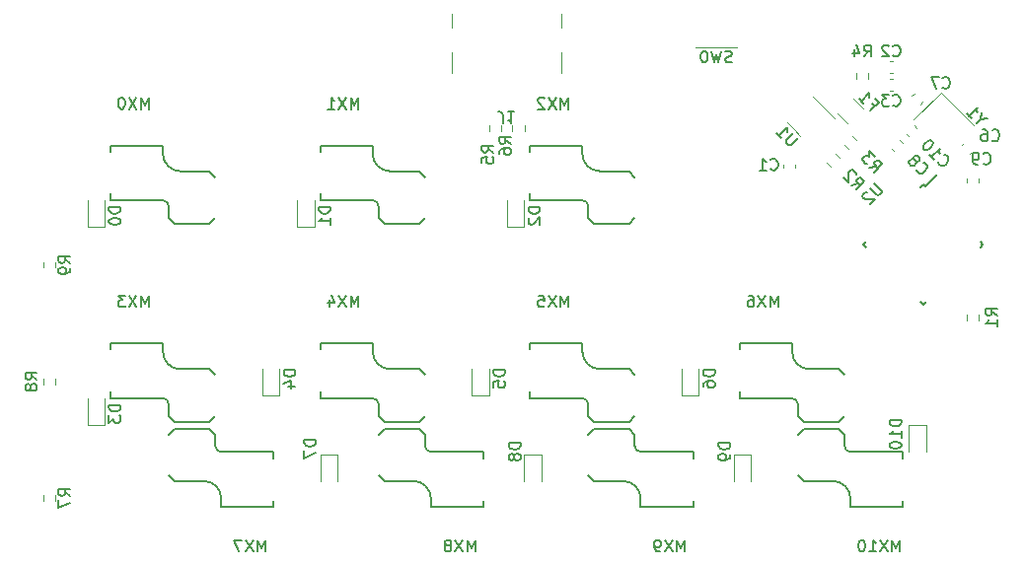
<source format=gbr>
%TF.GenerationSoftware,KiCad,Pcbnew,(7.0.0)*%
%TF.CreationDate,2023-03-20T18:36:51-07:00*%
%TF.ProjectId,Credit Card PCB V1,43726564-6974-4204-9361-726420504342,rev?*%
%TF.SameCoordinates,Original*%
%TF.FileFunction,Legend,Bot*%
%TF.FilePolarity,Positive*%
%FSLAX46Y46*%
G04 Gerber Fmt 4.6, Leading zero omitted, Abs format (unit mm)*
G04 Created by KiCad (PCBNEW (7.0.0)) date 2023-03-20 18:36:51*
%MOMM*%
%LPD*%
G01*
G04 APERTURE LIST*
%ADD10C,0.150000*%
%ADD11C,0.120000*%
G04 APERTURE END LIST*
D10*
%TO.C,F1*%
X158346314Y-72875090D02*
X158582016Y-73110792D01*
X158211627Y-73481182D02*
X158918733Y-72774075D01*
X158918733Y-72774075D02*
X158582016Y-72437357D01*
X157235146Y-72504701D02*
X157639207Y-72908762D01*
X157437176Y-72706731D02*
X158144283Y-71999624D01*
X158144283Y-71999624D02*
X158110611Y-72167983D01*
X158110611Y-72167983D02*
X158110611Y-72302670D01*
X158110611Y-72302670D02*
X158144283Y-72403686D01*
%TO.C,SW0*%
X146333332Y-69319761D02*
X146190475Y-69367380D01*
X146190475Y-69367380D02*
X145952380Y-69367380D01*
X145952380Y-69367380D02*
X145857142Y-69319761D01*
X145857142Y-69319761D02*
X145809523Y-69272142D01*
X145809523Y-69272142D02*
X145761904Y-69176904D01*
X145761904Y-69176904D02*
X145761904Y-69081666D01*
X145761904Y-69081666D02*
X145809523Y-68986428D01*
X145809523Y-68986428D02*
X145857142Y-68938809D01*
X145857142Y-68938809D02*
X145952380Y-68891190D01*
X145952380Y-68891190D02*
X146142856Y-68843571D01*
X146142856Y-68843571D02*
X146238094Y-68795952D01*
X146238094Y-68795952D02*
X146285713Y-68748333D01*
X146285713Y-68748333D02*
X146333332Y-68653095D01*
X146333332Y-68653095D02*
X146333332Y-68557857D01*
X146333332Y-68557857D02*
X146285713Y-68462619D01*
X146285713Y-68462619D02*
X146238094Y-68415000D01*
X146238094Y-68415000D02*
X146142856Y-68367380D01*
X146142856Y-68367380D02*
X145904761Y-68367380D01*
X145904761Y-68367380D02*
X145761904Y-68415000D01*
X145428570Y-68367380D02*
X145190475Y-69367380D01*
X145190475Y-69367380D02*
X144999999Y-68653095D01*
X144999999Y-68653095D02*
X144809523Y-69367380D01*
X144809523Y-69367380D02*
X144571428Y-68367380D01*
X143999999Y-68367380D02*
X143904761Y-68367380D01*
X143904761Y-68367380D02*
X143809523Y-68415000D01*
X143809523Y-68415000D02*
X143761904Y-68462619D01*
X143761904Y-68462619D02*
X143714285Y-68557857D01*
X143714285Y-68557857D02*
X143666666Y-68748333D01*
X143666666Y-68748333D02*
X143666666Y-68986428D01*
X143666666Y-68986428D02*
X143714285Y-69176904D01*
X143714285Y-69176904D02*
X143761904Y-69272142D01*
X143761904Y-69272142D02*
X143809523Y-69319761D01*
X143809523Y-69319761D02*
X143904761Y-69367380D01*
X143904761Y-69367380D02*
X143999999Y-69367380D01*
X143999999Y-69367380D02*
X144095237Y-69319761D01*
X144095237Y-69319761D02*
X144142856Y-69272142D01*
X144142856Y-69272142D02*
X144190475Y-69176904D01*
X144190475Y-69176904D02*
X144238094Y-68986428D01*
X144238094Y-68986428D02*
X144238094Y-68748333D01*
X144238094Y-68748333D02*
X144190475Y-68557857D01*
X144190475Y-68557857D02*
X144142856Y-68462619D01*
X144142856Y-68462619D02*
X144095237Y-68415000D01*
X144095237Y-68415000D02*
X143999999Y-68367380D01*
%TO.C,C3*%
X160166666Y-73022142D02*
X160214285Y-73069761D01*
X160214285Y-73069761D02*
X160357142Y-73117380D01*
X160357142Y-73117380D02*
X160452380Y-73117380D01*
X160452380Y-73117380D02*
X160595237Y-73069761D01*
X160595237Y-73069761D02*
X160690475Y-72974523D01*
X160690475Y-72974523D02*
X160738094Y-72879285D01*
X160738094Y-72879285D02*
X160785713Y-72688809D01*
X160785713Y-72688809D02*
X160785713Y-72545952D01*
X160785713Y-72545952D02*
X160738094Y-72355476D01*
X160738094Y-72355476D02*
X160690475Y-72260238D01*
X160690475Y-72260238D02*
X160595237Y-72165000D01*
X160595237Y-72165000D02*
X160452380Y-72117380D01*
X160452380Y-72117380D02*
X160357142Y-72117380D01*
X160357142Y-72117380D02*
X160214285Y-72165000D01*
X160214285Y-72165000D02*
X160166666Y-72212619D01*
X159833332Y-72117380D02*
X159214285Y-72117380D01*
X159214285Y-72117380D02*
X159547618Y-72498333D01*
X159547618Y-72498333D02*
X159404761Y-72498333D01*
X159404761Y-72498333D02*
X159309523Y-72545952D01*
X159309523Y-72545952D02*
X159261904Y-72593571D01*
X159261904Y-72593571D02*
X159214285Y-72688809D01*
X159214285Y-72688809D02*
X159214285Y-72926904D01*
X159214285Y-72926904D02*
X159261904Y-73022142D01*
X159261904Y-73022142D02*
X159309523Y-73069761D01*
X159309523Y-73069761D02*
X159404761Y-73117380D01*
X159404761Y-73117380D02*
X159690475Y-73117380D01*
X159690475Y-73117380D02*
X159785713Y-73069761D01*
X159785713Y-73069761D02*
X159833332Y-73022142D01*
%TO.C,C2*%
X160166666Y-68772142D02*
X160214285Y-68819761D01*
X160214285Y-68819761D02*
X160357142Y-68867380D01*
X160357142Y-68867380D02*
X160452380Y-68867380D01*
X160452380Y-68867380D02*
X160595237Y-68819761D01*
X160595237Y-68819761D02*
X160690475Y-68724523D01*
X160690475Y-68724523D02*
X160738094Y-68629285D01*
X160738094Y-68629285D02*
X160785713Y-68438809D01*
X160785713Y-68438809D02*
X160785713Y-68295952D01*
X160785713Y-68295952D02*
X160738094Y-68105476D01*
X160738094Y-68105476D02*
X160690475Y-68010238D01*
X160690475Y-68010238D02*
X160595237Y-67915000D01*
X160595237Y-67915000D02*
X160452380Y-67867380D01*
X160452380Y-67867380D02*
X160357142Y-67867380D01*
X160357142Y-67867380D02*
X160214285Y-67915000D01*
X160214285Y-67915000D02*
X160166666Y-67962619D01*
X159785713Y-67962619D02*
X159738094Y-67915000D01*
X159738094Y-67915000D02*
X159642856Y-67867380D01*
X159642856Y-67867380D02*
X159404761Y-67867380D01*
X159404761Y-67867380D02*
X159309523Y-67915000D01*
X159309523Y-67915000D02*
X159261904Y-67962619D01*
X159261904Y-67962619D02*
X159214285Y-68057857D01*
X159214285Y-68057857D02*
X159214285Y-68153095D01*
X159214285Y-68153095D02*
X159261904Y-68295952D01*
X159261904Y-68295952D02*
X159833332Y-68867380D01*
X159833332Y-68867380D02*
X159214285Y-68867380D01*
%TO.C,MX9*%
X142285713Y-111367380D02*
X142285713Y-110367380D01*
X142285713Y-110367380D02*
X141952380Y-111081666D01*
X141952380Y-111081666D02*
X141619047Y-110367380D01*
X141619047Y-110367380D02*
X141619047Y-111367380D01*
X141238094Y-110367380D02*
X140571428Y-111367380D01*
X140571428Y-110367380D02*
X141238094Y-111367380D01*
X140142856Y-111367380D02*
X139952380Y-111367380D01*
X139952380Y-111367380D02*
X139857142Y-111319761D01*
X139857142Y-111319761D02*
X139809523Y-111272142D01*
X139809523Y-111272142D02*
X139714285Y-111129285D01*
X139714285Y-111129285D02*
X139666666Y-110938809D01*
X139666666Y-110938809D02*
X139666666Y-110557857D01*
X139666666Y-110557857D02*
X139714285Y-110462619D01*
X139714285Y-110462619D02*
X139761904Y-110415000D01*
X139761904Y-110415000D02*
X139857142Y-110367380D01*
X139857142Y-110367380D02*
X140047618Y-110367380D01*
X140047618Y-110367380D02*
X140142856Y-110415000D01*
X140142856Y-110415000D02*
X140190475Y-110462619D01*
X140190475Y-110462619D02*
X140238094Y-110557857D01*
X140238094Y-110557857D02*
X140238094Y-110795952D01*
X140238094Y-110795952D02*
X140190475Y-110891190D01*
X140190475Y-110891190D02*
X140142856Y-110938809D01*
X140142856Y-110938809D02*
X140047618Y-110986428D01*
X140047618Y-110986428D02*
X139857142Y-110986428D01*
X139857142Y-110986428D02*
X139761904Y-110938809D01*
X139761904Y-110938809D02*
X139714285Y-110891190D01*
X139714285Y-110891190D02*
X139666666Y-110795952D01*
%TO.C,MX4*%
X114285713Y-90367380D02*
X114285713Y-89367380D01*
X114285713Y-89367380D02*
X113952380Y-90081666D01*
X113952380Y-90081666D02*
X113619047Y-89367380D01*
X113619047Y-89367380D02*
X113619047Y-90367380D01*
X113238094Y-89367380D02*
X112571428Y-90367380D01*
X112571428Y-89367380D02*
X113238094Y-90367380D01*
X111761904Y-89700714D02*
X111761904Y-90367380D01*
X111999999Y-89319761D02*
X112238094Y-90034047D01*
X112238094Y-90034047D02*
X111619047Y-90034047D01*
%TO.C,MX5*%
X132285713Y-90367380D02*
X132285713Y-89367380D01*
X132285713Y-89367380D02*
X131952380Y-90081666D01*
X131952380Y-90081666D02*
X131619047Y-89367380D01*
X131619047Y-89367380D02*
X131619047Y-90367380D01*
X131238094Y-89367380D02*
X130571428Y-90367380D01*
X130571428Y-89367380D02*
X131238094Y-90367380D01*
X129714285Y-89367380D02*
X130190475Y-89367380D01*
X130190475Y-89367380D02*
X130238094Y-89843571D01*
X130238094Y-89843571D02*
X130190475Y-89795952D01*
X130190475Y-89795952D02*
X130095237Y-89748333D01*
X130095237Y-89748333D02*
X129857142Y-89748333D01*
X129857142Y-89748333D02*
X129761904Y-89795952D01*
X129761904Y-89795952D02*
X129714285Y-89843571D01*
X129714285Y-89843571D02*
X129666666Y-89938809D01*
X129666666Y-89938809D02*
X129666666Y-90176904D01*
X129666666Y-90176904D02*
X129714285Y-90272142D01*
X129714285Y-90272142D02*
X129761904Y-90319761D01*
X129761904Y-90319761D02*
X129857142Y-90367380D01*
X129857142Y-90367380D02*
X130095237Y-90367380D01*
X130095237Y-90367380D02*
X130190475Y-90319761D01*
X130190475Y-90319761D02*
X130238094Y-90272142D01*
%TO.C,MX6*%
X150285713Y-90367380D02*
X150285713Y-89367380D01*
X150285713Y-89367380D02*
X149952380Y-90081666D01*
X149952380Y-90081666D02*
X149619047Y-89367380D01*
X149619047Y-89367380D02*
X149619047Y-90367380D01*
X149238094Y-89367380D02*
X148571428Y-90367380D01*
X148571428Y-89367380D02*
X149238094Y-90367380D01*
X147761904Y-89367380D02*
X147952380Y-89367380D01*
X147952380Y-89367380D02*
X148047618Y-89415000D01*
X148047618Y-89415000D02*
X148095237Y-89462619D01*
X148095237Y-89462619D02*
X148190475Y-89605476D01*
X148190475Y-89605476D02*
X148238094Y-89795952D01*
X148238094Y-89795952D02*
X148238094Y-90176904D01*
X148238094Y-90176904D02*
X148190475Y-90272142D01*
X148190475Y-90272142D02*
X148142856Y-90319761D01*
X148142856Y-90319761D02*
X148047618Y-90367380D01*
X148047618Y-90367380D02*
X147857142Y-90367380D01*
X147857142Y-90367380D02*
X147761904Y-90319761D01*
X147761904Y-90319761D02*
X147714285Y-90272142D01*
X147714285Y-90272142D02*
X147666666Y-90176904D01*
X147666666Y-90176904D02*
X147666666Y-89938809D01*
X147666666Y-89938809D02*
X147714285Y-89843571D01*
X147714285Y-89843571D02*
X147761904Y-89795952D01*
X147761904Y-89795952D02*
X147857142Y-89748333D01*
X147857142Y-89748333D02*
X148047618Y-89748333D01*
X148047618Y-89748333D02*
X148142856Y-89795952D01*
X148142856Y-89795952D02*
X148190475Y-89843571D01*
X148190475Y-89843571D02*
X148238094Y-89938809D01*
%TO.C,MX2*%
X132285713Y-73367380D02*
X132285713Y-72367380D01*
X132285713Y-72367380D02*
X131952380Y-73081666D01*
X131952380Y-73081666D02*
X131619047Y-72367380D01*
X131619047Y-72367380D02*
X131619047Y-73367380D01*
X131238094Y-72367380D02*
X130571428Y-73367380D01*
X130571428Y-72367380D02*
X131238094Y-73367380D01*
X130238094Y-72462619D02*
X130190475Y-72415000D01*
X130190475Y-72415000D02*
X130095237Y-72367380D01*
X130095237Y-72367380D02*
X129857142Y-72367380D01*
X129857142Y-72367380D02*
X129761904Y-72415000D01*
X129761904Y-72415000D02*
X129714285Y-72462619D01*
X129714285Y-72462619D02*
X129666666Y-72557857D01*
X129666666Y-72557857D02*
X129666666Y-72653095D01*
X129666666Y-72653095D02*
X129714285Y-72795952D01*
X129714285Y-72795952D02*
X130285713Y-73367380D01*
X130285713Y-73367380D02*
X129666666Y-73367380D01*
%TO.C,MX1*%
X114285713Y-73367380D02*
X114285713Y-72367380D01*
X114285713Y-72367380D02*
X113952380Y-73081666D01*
X113952380Y-73081666D02*
X113619047Y-72367380D01*
X113619047Y-72367380D02*
X113619047Y-73367380D01*
X113238094Y-72367380D02*
X112571428Y-73367380D01*
X112571428Y-72367380D02*
X113238094Y-73367380D01*
X111666666Y-73367380D02*
X112238094Y-73367380D01*
X111952380Y-73367380D02*
X111952380Y-72367380D01*
X111952380Y-72367380D02*
X112047618Y-72510238D01*
X112047618Y-72510238D02*
X112142856Y-72605476D01*
X112142856Y-72605476D02*
X112238094Y-72653095D01*
%TO.C,MX10*%
X160761904Y-111367380D02*
X160761904Y-110367380D01*
X160761904Y-110367380D02*
X160428571Y-111081666D01*
X160428571Y-111081666D02*
X160095238Y-110367380D01*
X160095238Y-110367380D02*
X160095238Y-111367380D01*
X159714285Y-110367380D02*
X159047619Y-111367380D01*
X159047619Y-110367380D02*
X159714285Y-111367380D01*
X158142857Y-111367380D02*
X158714285Y-111367380D01*
X158428571Y-111367380D02*
X158428571Y-110367380D01*
X158428571Y-110367380D02*
X158523809Y-110510238D01*
X158523809Y-110510238D02*
X158619047Y-110605476D01*
X158619047Y-110605476D02*
X158714285Y-110653095D01*
X157523809Y-110367380D02*
X157428571Y-110367380D01*
X157428571Y-110367380D02*
X157333333Y-110415000D01*
X157333333Y-110415000D02*
X157285714Y-110462619D01*
X157285714Y-110462619D02*
X157238095Y-110557857D01*
X157238095Y-110557857D02*
X157190476Y-110748333D01*
X157190476Y-110748333D02*
X157190476Y-110986428D01*
X157190476Y-110986428D02*
X157238095Y-111176904D01*
X157238095Y-111176904D02*
X157285714Y-111272142D01*
X157285714Y-111272142D02*
X157333333Y-111319761D01*
X157333333Y-111319761D02*
X157428571Y-111367380D01*
X157428571Y-111367380D02*
X157523809Y-111367380D01*
X157523809Y-111367380D02*
X157619047Y-111319761D01*
X157619047Y-111319761D02*
X157666666Y-111272142D01*
X157666666Y-111272142D02*
X157714285Y-111176904D01*
X157714285Y-111176904D02*
X157761904Y-110986428D01*
X157761904Y-110986428D02*
X157761904Y-110748333D01*
X157761904Y-110748333D02*
X157714285Y-110557857D01*
X157714285Y-110557857D02*
X157666666Y-110462619D01*
X157666666Y-110462619D02*
X157619047Y-110415000D01*
X157619047Y-110415000D02*
X157523809Y-110367380D01*
%TO.C,MX0*%
X96285713Y-73367380D02*
X96285713Y-72367380D01*
X96285713Y-72367380D02*
X95952380Y-73081666D01*
X95952380Y-73081666D02*
X95619047Y-72367380D01*
X95619047Y-72367380D02*
X95619047Y-73367380D01*
X95238094Y-72367380D02*
X94571428Y-73367380D01*
X94571428Y-72367380D02*
X95238094Y-73367380D01*
X93999999Y-72367380D02*
X93904761Y-72367380D01*
X93904761Y-72367380D02*
X93809523Y-72415000D01*
X93809523Y-72415000D02*
X93761904Y-72462619D01*
X93761904Y-72462619D02*
X93714285Y-72557857D01*
X93714285Y-72557857D02*
X93666666Y-72748333D01*
X93666666Y-72748333D02*
X93666666Y-72986428D01*
X93666666Y-72986428D02*
X93714285Y-73176904D01*
X93714285Y-73176904D02*
X93761904Y-73272142D01*
X93761904Y-73272142D02*
X93809523Y-73319761D01*
X93809523Y-73319761D02*
X93904761Y-73367380D01*
X93904761Y-73367380D02*
X93999999Y-73367380D01*
X93999999Y-73367380D02*
X94095237Y-73319761D01*
X94095237Y-73319761D02*
X94142856Y-73272142D01*
X94142856Y-73272142D02*
X94190475Y-73176904D01*
X94190475Y-73176904D02*
X94238094Y-72986428D01*
X94238094Y-72986428D02*
X94238094Y-72748333D01*
X94238094Y-72748333D02*
X94190475Y-72557857D01*
X94190475Y-72557857D02*
X94142856Y-72462619D01*
X94142856Y-72462619D02*
X94095237Y-72415000D01*
X94095237Y-72415000D02*
X93999999Y-72367380D01*
%TO.C,MX3*%
X96285713Y-90367380D02*
X96285713Y-89367380D01*
X96285713Y-89367380D02*
X95952380Y-90081666D01*
X95952380Y-90081666D02*
X95619047Y-89367380D01*
X95619047Y-89367380D02*
X95619047Y-90367380D01*
X95238094Y-89367380D02*
X94571428Y-90367380D01*
X94571428Y-89367380D02*
X95238094Y-90367380D01*
X94285713Y-89367380D02*
X93666666Y-89367380D01*
X93666666Y-89367380D02*
X93999999Y-89748333D01*
X93999999Y-89748333D02*
X93857142Y-89748333D01*
X93857142Y-89748333D02*
X93761904Y-89795952D01*
X93761904Y-89795952D02*
X93714285Y-89843571D01*
X93714285Y-89843571D02*
X93666666Y-89938809D01*
X93666666Y-89938809D02*
X93666666Y-90176904D01*
X93666666Y-90176904D02*
X93714285Y-90272142D01*
X93714285Y-90272142D02*
X93761904Y-90319761D01*
X93761904Y-90319761D02*
X93857142Y-90367380D01*
X93857142Y-90367380D02*
X94142856Y-90367380D01*
X94142856Y-90367380D02*
X94238094Y-90319761D01*
X94238094Y-90319761D02*
X94285713Y-90272142D01*
%TO.C,MX7*%
X106285713Y-111367380D02*
X106285713Y-110367380D01*
X106285713Y-110367380D02*
X105952380Y-111081666D01*
X105952380Y-111081666D02*
X105619047Y-110367380D01*
X105619047Y-110367380D02*
X105619047Y-111367380D01*
X105238094Y-110367380D02*
X104571428Y-111367380D01*
X104571428Y-110367380D02*
X105238094Y-111367380D01*
X104285713Y-110367380D02*
X103619047Y-110367380D01*
X103619047Y-110367380D02*
X104047618Y-111367380D01*
%TO.C,MX8*%
X124285713Y-111367380D02*
X124285713Y-110367380D01*
X124285713Y-110367380D02*
X123952380Y-111081666D01*
X123952380Y-111081666D02*
X123619047Y-110367380D01*
X123619047Y-110367380D02*
X123619047Y-111367380D01*
X123238094Y-110367380D02*
X122571428Y-111367380D01*
X122571428Y-110367380D02*
X123238094Y-111367380D01*
X122047618Y-110795952D02*
X122142856Y-110748333D01*
X122142856Y-110748333D02*
X122190475Y-110700714D01*
X122190475Y-110700714D02*
X122238094Y-110605476D01*
X122238094Y-110605476D02*
X122238094Y-110557857D01*
X122238094Y-110557857D02*
X122190475Y-110462619D01*
X122190475Y-110462619D02*
X122142856Y-110415000D01*
X122142856Y-110415000D02*
X122047618Y-110367380D01*
X122047618Y-110367380D02*
X121857142Y-110367380D01*
X121857142Y-110367380D02*
X121761904Y-110415000D01*
X121761904Y-110415000D02*
X121714285Y-110462619D01*
X121714285Y-110462619D02*
X121666666Y-110557857D01*
X121666666Y-110557857D02*
X121666666Y-110605476D01*
X121666666Y-110605476D02*
X121714285Y-110700714D01*
X121714285Y-110700714D02*
X121761904Y-110748333D01*
X121761904Y-110748333D02*
X121857142Y-110795952D01*
X121857142Y-110795952D02*
X122047618Y-110795952D01*
X122047618Y-110795952D02*
X122142856Y-110843571D01*
X122142856Y-110843571D02*
X122190475Y-110891190D01*
X122190475Y-110891190D02*
X122238094Y-110986428D01*
X122238094Y-110986428D02*
X122238094Y-111176904D01*
X122238094Y-111176904D02*
X122190475Y-111272142D01*
X122190475Y-111272142D02*
X122142856Y-111319761D01*
X122142856Y-111319761D02*
X122047618Y-111367380D01*
X122047618Y-111367380D02*
X121857142Y-111367380D01*
X121857142Y-111367380D02*
X121761904Y-111319761D01*
X121761904Y-111319761D02*
X121714285Y-111272142D01*
X121714285Y-111272142D02*
X121666666Y-111176904D01*
X121666666Y-111176904D02*
X121666666Y-110986428D01*
X121666666Y-110986428D02*
X121714285Y-110891190D01*
X121714285Y-110891190D02*
X121761904Y-110843571D01*
X121761904Y-110843571D02*
X121857142Y-110795952D01*
%TO.C,D2*%
X129867380Y-81761905D02*
X128867380Y-81761905D01*
X128867380Y-81761905D02*
X128867380Y-82000000D01*
X128867380Y-82000000D02*
X128915000Y-82142857D01*
X128915000Y-82142857D02*
X129010238Y-82238095D01*
X129010238Y-82238095D02*
X129105476Y-82285714D01*
X129105476Y-82285714D02*
X129295952Y-82333333D01*
X129295952Y-82333333D02*
X129438809Y-82333333D01*
X129438809Y-82333333D02*
X129629285Y-82285714D01*
X129629285Y-82285714D02*
X129724523Y-82238095D01*
X129724523Y-82238095D02*
X129819761Y-82142857D01*
X129819761Y-82142857D02*
X129867380Y-82000000D01*
X129867380Y-82000000D02*
X129867380Y-81761905D01*
X128962619Y-82714286D02*
X128915000Y-82761905D01*
X128915000Y-82761905D02*
X128867380Y-82857143D01*
X128867380Y-82857143D02*
X128867380Y-83095238D01*
X128867380Y-83095238D02*
X128915000Y-83190476D01*
X128915000Y-83190476D02*
X128962619Y-83238095D01*
X128962619Y-83238095D02*
X129057857Y-83285714D01*
X129057857Y-83285714D02*
X129153095Y-83285714D01*
X129153095Y-83285714D02*
X129295952Y-83238095D01*
X129295952Y-83238095D02*
X129867380Y-82666667D01*
X129867380Y-82666667D02*
X129867380Y-83285714D01*
%TO.C,C10*%
X164012134Y-77897002D02*
X164012134Y-77964346D01*
X164012134Y-77964346D02*
X164079478Y-78099033D01*
X164079478Y-78099033D02*
X164146821Y-78166376D01*
X164146821Y-78166376D02*
X164281508Y-78233720D01*
X164281508Y-78233720D02*
X164416195Y-78233720D01*
X164416195Y-78233720D02*
X164517210Y-78200048D01*
X164517210Y-78200048D02*
X164685569Y-78099033D01*
X164685569Y-78099033D02*
X164786584Y-77998017D01*
X164786584Y-77998017D02*
X164887600Y-77829659D01*
X164887600Y-77829659D02*
X164921271Y-77728643D01*
X164921271Y-77728643D02*
X164921271Y-77593956D01*
X164921271Y-77593956D02*
X164853928Y-77459269D01*
X164853928Y-77459269D02*
X164786584Y-77391926D01*
X164786584Y-77391926D02*
X164651897Y-77324582D01*
X164651897Y-77324582D02*
X164584554Y-77324582D01*
X163271356Y-77290911D02*
X163675417Y-77694972D01*
X163473386Y-77492941D02*
X164180493Y-76785834D01*
X164180493Y-76785834D02*
X164146821Y-76954193D01*
X164146821Y-76954193D02*
X164146821Y-77088880D01*
X164146821Y-77088880D02*
X164180493Y-77189895D01*
X163540730Y-76146071D02*
X163473386Y-76078728D01*
X163473386Y-76078728D02*
X163372371Y-76045056D01*
X163372371Y-76045056D02*
X163305027Y-76045056D01*
X163305027Y-76045056D02*
X163204012Y-76078728D01*
X163204012Y-76078728D02*
X163035653Y-76179743D01*
X163035653Y-76179743D02*
X162867295Y-76348102D01*
X162867295Y-76348102D02*
X162766279Y-76516460D01*
X162766279Y-76516460D02*
X162732608Y-76617476D01*
X162732608Y-76617476D02*
X162732608Y-76684819D01*
X162732608Y-76684819D02*
X162766279Y-76785834D01*
X162766279Y-76785834D02*
X162833623Y-76853178D01*
X162833623Y-76853178D02*
X162934638Y-76886850D01*
X162934638Y-76886850D02*
X163001982Y-76886850D01*
X163001982Y-76886850D02*
X163102997Y-76853178D01*
X163102997Y-76853178D02*
X163271356Y-76752163D01*
X163271356Y-76752163D02*
X163439714Y-76583804D01*
X163439714Y-76583804D02*
X163540730Y-76415445D01*
X163540730Y-76415445D02*
X163574401Y-76314430D01*
X163574401Y-76314430D02*
X163574401Y-76247086D01*
X163574401Y-76247086D02*
X163540730Y-76146071D01*
%TO.C,C8*%
X162175416Y-78560284D02*
X162175416Y-78627628D01*
X162175416Y-78627628D02*
X162242760Y-78762315D01*
X162242760Y-78762315D02*
X162310103Y-78829658D01*
X162310103Y-78829658D02*
X162444790Y-78897002D01*
X162444790Y-78897002D02*
X162579477Y-78897002D01*
X162579477Y-78897002D02*
X162680493Y-78863330D01*
X162680493Y-78863330D02*
X162848851Y-78762315D01*
X162848851Y-78762315D02*
X162949867Y-78661300D01*
X162949867Y-78661300D02*
X163050882Y-78492941D01*
X163050882Y-78492941D02*
X163084554Y-78391926D01*
X163084554Y-78391926D02*
X163084554Y-78257239D01*
X163084554Y-78257239D02*
X163017210Y-78122552D01*
X163017210Y-78122552D02*
X162949867Y-78055208D01*
X162949867Y-78055208D02*
X162815180Y-77987865D01*
X162815180Y-77987865D02*
X162747836Y-77987865D01*
X162108073Y-77819506D02*
X162209088Y-77853178D01*
X162209088Y-77853178D02*
X162276431Y-77853178D01*
X162276431Y-77853178D02*
X162377447Y-77819506D01*
X162377447Y-77819506D02*
X162411118Y-77785834D01*
X162411118Y-77785834D02*
X162444790Y-77684819D01*
X162444790Y-77684819D02*
X162444790Y-77617475D01*
X162444790Y-77617475D02*
X162411118Y-77516460D01*
X162411118Y-77516460D02*
X162276431Y-77381773D01*
X162276431Y-77381773D02*
X162175416Y-77348101D01*
X162175416Y-77348101D02*
X162108073Y-77348101D01*
X162108073Y-77348101D02*
X162007057Y-77381773D01*
X162007057Y-77381773D02*
X161973386Y-77415445D01*
X161973386Y-77415445D02*
X161939714Y-77516460D01*
X161939714Y-77516460D02*
X161939714Y-77583804D01*
X161939714Y-77583804D02*
X161973386Y-77684819D01*
X161973386Y-77684819D02*
X162108073Y-77819506D01*
X162108073Y-77819506D02*
X162141744Y-77920521D01*
X162141744Y-77920521D02*
X162141744Y-77987865D01*
X162141744Y-77987865D02*
X162108073Y-78088880D01*
X162108073Y-78088880D02*
X161973386Y-78223567D01*
X161973386Y-78223567D02*
X161872370Y-78257239D01*
X161872370Y-78257239D02*
X161805027Y-78257239D01*
X161805027Y-78257239D02*
X161704012Y-78223567D01*
X161704012Y-78223567D02*
X161569325Y-78088880D01*
X161569325Y-78088880D02*
X161535653Y-77987865D01*
X161535653Y-77987865D02*
X161535653Y-77920521D01*
X161535653Y-77920521D02*
X161569325Y-77819506D01*
X161569325Y-77819506D02*
X161704012Y-77684819D01*
X161704012Y-77684819D02*
X161805027Y-77651147D01*
X161805027Y-77651147D02*
X161872370Y-77651147D01*
X161872370Y-77651147D02*
X161973386Y-77684819D01*
%TO.C,D10*%
X160867380Y-100035714D02*
X159867380Y-100035714D01*
X159867380Y-100035714D02*
X159867380Y-100273809D01*
X159867380Y-100273809D02*
X159915000Y-100416666D01*
X159915000Y-100416666D02*
X160010238Y-100511904D01*
X160010238Y-100511904D02*
X160105476Y-100559523D01*
X160105476Y-100559523D02*
X160295952Y-100607142D01*
X160295952Y-100607142D02*
X160438809Y-100607142D01*
X160438809Y-100607142D02*
X160629285Y-100559523D01*
X160629285Y-100559523D02*
X160724523Y-100511904D01*
X160724523Y-100511904D02*
X160819761Y-100416666D01*
X160819761Y-100416666D02*
X160867380Y-100273809D01*
X160867380Y-100273809D02*
X160867380Y-100035714D01*
X160867380Y-101559523D02*
X160867380Y-100988095D01*
X160867380Y-101273809D02*
X159867380Y-101273809D01*
X159867380Y-101273809D02*
X160010238Y-101178571D01*
X160010238Y-101178571D02*
X160105476Y-101083333D01*
X160105476Y-101083333D02*
X160153095Y-100988095D01*
X159867380Y-102178571D02*
X159867380Y-102273809D01*
X159867380Y-102273809D02*
X159915000Y-102369047D01*
X159915000Y-102369047D02*
X159962619Y-102416666D01*
X159962619Y-102416666D02*
X160057857Y-102464285D01*
X160057857Y-102464285D02*
X160248333Y-102511904D01*
X160248333Y-102511904D02*
X160486428Y-102511904D01*
X160486428Y-102511904D02*
X160676904Y-102464285D01*
X160676904Y-102464285D02*
X160772142Y-102416666D01*
X160772142Y-102416666D02*
X160819761Y-102369047D01*
X160819761Y-102369047D02*
X160867380Y-102273809D01*
X160867380Y-102273809D02*
X160867380Y-102178571D01*
X160867380Y-102178571D02*
X160819761Y-102083333D01*
X160819761Y-102083333D02*
X160772142Y-102035714D01*
X160772142Y-102035714D02*
X160676904Y-101988095D01*
X160676904Y-101988095D02*
X160486428Y-101940476D01*
X160486428Y-101940476D02*
X160248333Y-101940476D01*
X160248333Y-101940476D02*
X160057857Y-101988095D01*
X160057857Y-101988095D02*
X159962619Y-102035714D01*
X159962619Y-102035714D02*
X159915000Y-102083333D01*
X159915000Y-102083333D02*
X159867380Y-102178571D01*
%TO.C,J1*%
X126666666Y-74582619D02*
X126666666Y-73868333D01*
X126666666Y-73868333D02*
X126619047Y-73725476D01*
X126619047Y-73725476D02*
X126523809Y-73630238D01*
X126523809Y-73630238D02*
X126380952Y-73582619D01*
X126380952Y-73582619D02*
X126285714Y-73582619D01*
X127666666Y-73582619D02*
X127095238Y-73582619D01*
X127380952Y-73582619D02*
X127380952Y-74582619D01*
X127380952Y-74582619D02*
X127285714Y-74439761D01*
X127285714Y-74439761D02*
X127190476Y-74344523D01*
X127190476Y-74344523D02*
X127095238Y-74296904D01*
%TO.C,R3*%
X158108073Y-78377628D02*
X158680493Y-78276613D01*
X158512134Y-78781689D02*
X159219241Y-78074582D01*
X159219241Y-78074582D02*
X158949867Y-77805208D01*
X158949867Y-77805208D02*
X158848851Y-77771536D01*
X158848851Y-77771536D02*
X158781508Y-77771536D01*
X158781508Y-77771536D02*
X158680493Y-77805208D01*
X158680493Y-77805208D02*
X158579477Y-77906223D01*
X158579477Y-77906223D02*
X158545806Y-78007239D01*
X158545806Y-78007239D02*
X158545806Y-78074582D01*
X158545806Y-78074582D02*
X158579477Y-78175597D01*
X158579477Y-78175597D02*
X158848851Y-78444971D01*
X158579477Y-77434819D02*
X158141744Y-76997086D01*
X158141744Y-76997086D02*
X158108073Y-77502162D01*
X158108073Y-77502162D02*
X158007057Y-77401147D01*
X158007057Y-77401147D02*
X157906042Y-77367475D01*
X157906042Y-77367475D02*
X157838699Y-77367475D01*
X157838699Y-77367475D02*
X157737683Y-77401147D01*
X157737683Y-77401147D02*
X157569325Y-77569506D01*
X157569325Y-77569506D02*
X157535653Y-77670521D01*
X157535653Y-77670521D02*
X157535653Y-77737865D01*
X157535653Y-77737865D02*
X157569325Y-77838880D01*
X157569325Y-77838880D02*
X157771355Y-78040910D01*
X157771355Y-78040910D02*
X157872370Y-78074582D01*
X157872370Y-78074582D02*
X157939714Y-78074582D01*
%TO.C,R5*%
X125867380Y-77083333D02*
X125391190Y-76750000D01*
X125867380Y-76511905D02*
X124867380Y-76511905D01*
X124867380Y-76511905D02*
X124867380Y-76892857D01*
X124867380Y-76892857D02*
X124915000Y-76988095D01*
X124915000Y-76988095D02*
X124962619Y-77035714D01*
X124962619Y-77035714D02*
X125057857Y-77083333D01*
X125057857Y-77083333D02*
X125200714Y-77083333D01*
X125200714Y-77083333D02*
X125295952Y-77035714D01*
X125295952Y-77035714D02*
X125343571Y-76988095D01*
X125343571Y-76988095D02*
X125391190Y-76892857D01*
X125391190Y-76892857D02*
X125391190Y-76511905D01*
X124867380Y-77988095D02*
X124867380Y-77511905D01*
X124867380Y-77511905D02*
X125343571Y-77464286D01*
X125343571Y-77464286D02*
X125295952Y-77511905D01*
X125295952Y-77511905D02*
X125248333Y-77607143D01*
X125248333Y-77607143D02*
X125248333Y-77845238D01*
X125248333Y-77845238D02*
X125295952Y-77940476D01*
X125295952Y-77940476D02*
X125343571Y-77988095D01*
X125343571Y-77988095D02*
X125438809Y-78035714D01*
X125438809Y-78035714D02*
X125676904Y-78035714D01*
X125676904Y-78035714D02*
X125772142Y-77988095D01*
X125772142Y-77988095D02*
X125819761Y-77940476D01*
X125819761Y-77940476D02*
X125867380Y-77845238D01*
X125867380Y-77845238D02*
X125867380Y-77607143D01*
X125867380Y-77607143D02*
X125819761Y-77511905D01*
X125819761Y-77511905D02*
X125772142Y-77464286D01*
%TO.C,Y1*%
X167663657Y-74259777D02*
X167326940Y-74596495D01*
X168269749Y-74125090D02*
X167663657Y-74259777D01*
X167663657Y-74259777D02*
X167798344Y-73653686D01*
X166485146Y-73754701D02*
X166889207Y-74158762D01*
X166687176Y-73956731D02*
X167394283Y-73249624D01*
X167394283Y-73249624D02*
X167360611Y-73417983D01*
X167360611Y-73417983D02*
X167360611Y-73552670D01*
X167360611Y-73552670D02*
X167394283Y-73653686D01*
%TO.C,C6*%
X168666666Y-76022142D02*
X168714285Y-76069761D01*
X168714285Y-76069761D02*
X168857142Y-76117380D01*
X168857142Y-76117380D02*
X168952380Y-76117380D01*
X168952380Y-76117380D02*
X169095237Y-76069761D01*
X169095237Y-76069761D02*
X169190475Y-75974523D01*
X169190475Y-75974523D02*
X169238094Y-75879285D01*
X169238094Y-75879285D02*
X169285713Y-75688809D01*
X169285713Y-75688809D02*
X169285713Y-75545952D01*
X169285713Y-75545952D02*
X169238094Y-75355476D01*
X169238094Y-75355476D02*
X169190475Y-75260238D01*
X169190475Y-75260238D02*
X169095237Y-75165000D01*
X169095237Y-75165000D02*
X168952380Y-75117380D01*
X168952380Y-75117380D02*
X168857142Y-75117380D01*
X168857142Y-75117380D02*
X168714285Y-75165000D01*
X168714285Y-75165000D02*
X168666666Y-75212619D01*
X167809523Y-75117380D02*
X167999999Y-75117380D01*
X167999999Y-75117380D02*
X168095237Y-75165000D01*
X168095237Y-75165000D02*
X168142856Y-75212619D01*
X168142856Y-75212619D02*
X168238094Y-75355476D01*
X168238094Y-75355476D02*
X168285713Y-75545952D01*
X168285713Y-75545952D02*
X168285713Y-75926904D01*
X168285713Y-75926904D02*
X168238094Y-76022142D01*
X168238094Y-76022142D02*
X168190475Y-76069761D01*
X168190475Y-76069761D02*
X168095237Y-76117380D01*
X168095237Y-76117380D02*
X167904761Y-76117380D01*
X167904761Y-76117380D02*
X167809523Y-76069761D01*
X167809523Y-76069761D02*
X167761904Y-76022142D01*
X167761904Y-76022142D02*
X167714285Y-75926904D01*
X167714285Y-75926904D02*
X167714285Y-75688809D01*
X167714285Y-75688809D02*
X167761904Y-75593571D01*
X167761904Y-75593571D02*
X167809523Y-75545952D01*
X167809523Y-75545952D02*
X167904761Y-75498333D01*
X167904761Y-75498333D02*
X168095237Y-75498333D01*
X168095237Y-75498333D02*
X168190475Y-75545952D01*
X168190475Y-75545952D02*
X168238094Y-75593571D01*
X168238094Y-75593571D02*
X168285713Y-75688809D01*
%TO.C,R8*%
X86687380Y-96583333D02*
X86211190Y-96250000D01*
X86687380Y-96011905D02*
X85687380Y-96011905D01*
X85687380Y-96011905D02*
X85687380Y-96392857D01*
X85687380Y-96392857D02*
X85735000Y-96488095D01*
X85735000Y-96488095D02*
X85782619Y-96535714D01*
X85782619Y-96535714D02*
X85877857Y-96583333D01*
X85877857Y-96583333D02*
X86020714Y-96583333D01*
X86020714Y-96583333D02*
X86115952Y-96535714D01*
X86115952Y-96535714D02*
X86163571Y-96488095D01*
X86163571Y-96488095D02*
X86211190Y-96392857D01*
X86211190Y-96392857D02*
X86211190Y-96011905D01*
X86115952Y-97154762D02*
X86068333Y-97059524D01*
X86068333Y-97059524D02*
X86020714Y-97011905D01*
X86020714Y-97011905D02*
X85925476Y-96964286D01*
X85925476Y-96964286D02*
X85877857Y-96964286D01*
X85877857Y-96964286D02*
X85782619Y-97011905D01*
X85782619Y-97011905D02*
X85735000Y-97059524D01*
X85735000Y-97059524D02*
X85687380Y-97154762D01*
X85687380Y-97154762D02*
X85687380Y-97345238D01*
X85687380Y-97345238D02*
X85735000Y-97440476D01*
X85735000Y-97440476D02*
X85782619Y-97488095D01*
X85782619Y-97488095D02*
X85877857Y-97535714D01*
X85877857Y-97535714D02*
X85925476Y-97535714D01*
X85925476Y-97535714D02*
X86020714Y-97488095D01*
X86020714Y-97488095D02*
X86068333Y-97440476D01*
X86068333Y-97440476D02*
X86115952Y-97345238D01*
X86115952Y-97345238D02*
X86115952Y-97154762D01*
X86115952Y-97154762D02*
X86163571Y-97059524D01*
X86163571Y-97059524D02*
X86211190Y-97011905D01*
X86211190Y-97011905D02*
X86306428Y-96964286D01*
X86306428Y-96964286D02*
X86496904Y-96964286D01*
X86496904Y-96964286D02*
X86592142Y-97011905D01*
X86592142Y-97011905D02*
X86639761Y-97059524D01*
X86639761Y-97059524D02*
X86687380Y-97154762D01*
X86687380Y-97154762D02*
X86687380Y-97345238D01*
X86687380Y-97345238D02*
X86639761Y-97440476D01*
X86639761Y-97440476D02*
X86592142Y-97488095D01*
X86592142Y-97488095D02*
X86496904Y-97535714D01*
X86496904Y-97535714D02*
X86306428Y-97535714D01*
X86306428Y-97535714D02*
X86211190Y-97488095D01*
X86211190Y-97488095D02*
X86163571Y-97440476D01*
X86163571Y-97440476D02*
X86115952Y-97345238D01*
%TO.C,D8*%
X128187380Y-102011905D02*
X127187380Y-102011905D01*
X127187380Y-102011905D02*
X127187380Y-102250000D01*
X127187380Y-102250000D02*
X127235000Y-102392857D01*
X127235000Y-102392857D02*
X127330238Y-102488095D01*
X127330238Y-102488095D02*
X127425476Y-102535714D01*
X127425476Y-102535714D02*
X127615952Y-102583333D01*
X127615952Y-102583333D02*
X127758809Y-102583333D01*
X127758809Y-102583333D02*
X127949285Y-102535714D01*
X127949285Y-102535714D02*
X128044523Y-102488095D01*
X128044523Y-102488095D02*
X128139761Y-102392857D01*
X128139761Y-102392857D02*
X128187380Y-102250000D01*
X128187380Y-102250000D02*
X128187380Y-102011905D01*
X127615952Y-103154762D02*
X127568333Y-103059524D01*
X127568333Y-103059524D02*
X127520714Y-103011905D01*
X127520714Y-103011905D02*
X127425476Y-102964286D01*
X127425476Y-102964286D02*
X127377857Y-102964286D01*
X127377857Y-102964286D02*
X127282619Y-103011905D01*
X127282619Y-103011905D02*
X127235000Y-103059524D01*
X127235000Y-103059524D02*
X127187380Y-103154762D01*
X127187380Y-103154762D02*
X127187380Y-103345238D01*
X127187380Y-103345238D02*
X127235000Y-103440476D01*
X127235000Y-103440476D02*
X127282619Y-103488095D01*
X127282619Y-103488095D02*
X127377857Y-103535714D01*
X127377857Y-103535714D02*
X127425476Y-103535714D01*
X127425476Y-103535714D02*
X127520714Y-103488095D01*
X127520714Y-103488095D02*
X127568333Y-103440476D01*
X127568333Y-103440476D02*
X127615952Y-103345238D01*
X127615952Y-103345238D02*
X127615952Y-103154762D01*
X127615952Y-103154762D02*
X127663571Y-103059524D01*
X127663571Y-103059524D02*
X127711190Y-103011905D01*
X127711190Y-103011905D02*
X127806428Y-102964286D01*
X127806428Y-102964286D02*
X127996904Y-102964286D01*
X127996904Y-102964286D02*
X128092142Y-103011905D01*
X128092142Y-103011905D02*
X128139761Y-103059524D01*
X128139761Y-103059524D02*
X128187380Y-103154762D01*
X128187380Y-103154762D02*
X128187380Y-103345238D01*
X128187380Y-103345238D02*
X128139761Y-103440476D01*
X128139761Y-103440476D02*
X128092142Y-103488095D01*
X128092142Y-103488095D02*
X127996904Y-103535714D01*
X127996904Y-103535714D02*
X127806428Y-103535714D01*
X127806428Y-103535714D02*
X127711190Y-103488095D01*
X127711190Y-103488095D02*
X127663571Y-103440476D01*
X127663571Y-103440476D02*
X127615952Y-103345238D01*
%TO.C,D4*%
X108867380Y-95761905D02*
X107867380Y-95761905D01*
X107867380Y-95761905D02*
X107867380Y-96000000D01*
X107867380Y-96000000D02*
X107915000Y-96142857D01*
X107915000Y-96142857D02*
X108010238Y-96238095D01*
X108010238Y-96238095D02*
X108105476Y-96285714D01*
X108105476Y-96285714D02*
X108295952Y-96333333D01*
X108295952Y-96333333D02*
X108438809Y-96333333D01*
X108438809Y-96333333D02*
X108629285Y-96285714D01*
X108629285Y-96285714D02*
X108724523Y-96238095D01*
X108724523Y-96238095D02*
X108819761Y-96142857D01*
X108819761Y-96142857D02*
X108867380Y-96000000D01*
X108867380Y-96000000D02*
X108867380Y-95761905D01*
X108200714Y-97190476D02*
X108867380Y-97190476D01*
X107819761Y-96952381D02*
X108534047Y-96714286D01*
X108534047Y-96714286D02*
X108534047Y-97333333D01*
%TO.C,U2*%
X158563422Y-79735926D02*
X159135842Y-80308346D01*
X159135842Y-80308346D02*
X159169514Y-80409361D01*
X159169514Y-80409361D02*
X159169514Y-80476705D01*
X159169514Y-80476705D02*
X159135842Y-80577720D01*
X159135842Y-80577720D02*
X159001155Y-80712407D01*
X159001155Y-80712407D02*
X158900140Y-80746079D01*
X158900140Y-80746079D02*
X158832796Y-80746079D01*
X158832796Y-80746079D02*
X158731781Y-80712407D01*
X158731781Y-80712407D02*
X158159361Y-80139987D01*
X157923659Y-80510377D02*
X157856316Y-80510377D01*
X157856316Y-80510377D02*
X157755300Y-80544048D01*
X157755300Y-80544048D02*
X157586942Y-80712407D01*
X157586942Y-80712407D02*
X157553270Y-80813422D01*
X157553270Y-80813422D02*
X157553270Y-80880766D01*
X157553270Y-80880766D02*
X157586942Y-80981781D01*
X157586942Y-80981781D02*
X157654285Y-81049125D01*
X157654285Y-81049125D02*
X157788972Y-81116468D01*
X157788972Y-81116468D02*
X158597094Y-81116468D01*
X158597094Y-81116468D02*
X158159361Y-81554201D01*
%TO.C,R4*%
X157666666Y-68867380D02*
X157999999Y-68391190D01*
X158238094Y-68867380D02*
X158238094Y-67867380D01*
X158238094Y-67867380D02*
X157857142Y-67867380D01*
X157857142Y-67867380D02*
X157761904Y-67915000D01*
X157761904Y-67915000D02*
X157714285Y-67962619D01*
X157714285Y-67962619D02*
X157666666Y-68057857D01*
X157666666Y-68057857D02*
X157666666Y-68200714D01*
X157666666Y-68200714D02*
X157714285Y-68295952D01*
X157714285Y-68295952D02*
X157761904Y-68343571D01*
X157761904Y-68343571D02*
X157857142Y-68391190D01*
X157857142Y-68391190D02*
X158238094Y-68391190D01*
X156809523Y-68200714D02*
X156809523Y-68867380D01*
X157047618Y-67819761D02*
X157285713Y-68534047D01*
X157285713Y-68534047D02*
X156666666Y-68534047D01*
%TO.C,R6*%
X127367380Y-76333333D02*
X126891190Y-76000000D01*
X127367380Y-75761905D02*
X126367380Y-75761905D01*
X126367380Y-75761905D02*
X126367380Y-76142857D01*
X126367380Y-76142857D02*
X126415000Y-76238095D01*
X126415000Y-76238095D02*
X126462619Y-76285714D01*
X126462619Y-76285714D02*
X126557857Y-76333333D01*
X126557857Y-76333333D02*
X126700714Y-76333333D01*
X126700714Y-76333333D02*
X126795952Y-76285714D01*
X126795952Y-76285714D02*
X126843571Y-76238095D01*
X126843571Y-76238095D02*
X126891190Y-76142857D01*
X126891190Y-76142857D02*
X126891190Y-75761905D01*
X126367380Y-77190476D02*
X126367380Y-77000000D01*
X126367380Y-77000000D02*
X126415000Y-76904762D01*
X126415000Y-76904762D02*
X126462619Y-76857143D01*
X126462619Y-76857143D02*
X126605476Y-76761905D01*
X126605476Y-76761905D02*
X126795952Y-76714286D01*
X126795952Y-76714286D02*
X127176904Y-76714286D01*
X127176904Y-76714286D02*
X127272142Y-76761905D01*
X127272142Y-76761905D02*
X127319761Y-76809524D01*
X127319761Y-76809524D02*
X127367380Y-76904762D01*
X127367380Y-76904762D02*
X127367380Y-77095238D01*
X127367380Y-77095238D02*
X127319761Y-77190476D01*
X127319761Y-77190476D02*
X127272142Y-77238095D01*
X127272142Y-77238095D02*
X127176904Y-77285714D01*
X127176904Y-77285714D02*
X126938809Y-77285714D01*
X126938809Y-77285714D02*
X126843571Y-77238095D01*
X126843571Y-77238095D02*
X126795952Y-77190476D01*
X126795952Y-77190476D02*
X126748333Y-77095238D01*
X126748333Y-77095238D02*
X126748333Y-76904762D01*
X126748333Y-76904762D02*
X126795952Y-76809524D01*
X126795952Y-76809524D02*
X126843571Y-76761905D01*
X126843571Y-76761905D02*
X126938809Y-76714286D01*
%TO.C,D1*%
X111867380Y-81761905D02*
X110867380Y-81761905D01*
X110867380Y-81761905D02*
X110867380Y-82000000D01*
X110867380Y-82000000D02*
X110915000Y-82142857D01*
X110915000Y-82142857D02*
X111010238Y-82238095D01*
X111010238Y-82238095D02*
X111105476Y-82285714D01*
X111105476Y-82285714D02*
X111295952Y-82333333D01*
X111295952Y-82333333D02*
X111438809Y-82333333D01*
X111438809Y-82333333D02*
X111629285Y-82285714D01*
X111629285Y-82285714D02*
X111724523Y-82238095D01*
X111724523Y-82238095D02*
X111819761Y-82142857D01*
X111819761Y-82142857D02*
X111867380Y-82000000D01*
X111867380Y-82000000D02*
X111867380Y-81761905D01*
X111867380Y-83285714D02*
X111867380Y-82714286D01*
X111867380Y-83000000D02*
X110867380Y-83000000D01*
X110867380Y-83000000D02*
X111010238Y-82904762D01*
X111010238Y-82904762D02*
X111105476Y-82809524D01*
X111105476Y-82809524D02*
X111153095Y-82714286D01*
%TO.C,D6*%
X144867380Y-95761905D02*
X143867380Y-95761905D01*
X143867380Y-95761905D02*
X143867380Y-96000000D01*
X143867380Y-96000000D02*
X143915000Y-96142857D01*
X143915000Y-96142857D02*
X144010238Y-96238095D01*
X144010238Y-96238095D02*
X144105476Y-96285714D01*
X144105476Y-96285714D02*
X144295952Y-96333333D01*
X144295952Y-96333333D02*
X144438809Y-96333333D01*
X144438809Y-96333333D02*
X144629285Y-96285714D01*
X144629285Y-96285714D02*
X144724523Y-96238095D01*
X144724523Y-96238095D02*
X144819761Y-96142857D01*
X144819761Y-96142857D02*
X144867380Y-96000000D01*
X144867380Y-96000000D02*
X144867380Y-95761905D01*
X143867380Y-97190476D02*
X143867380Y-97000000D01*
X143867380Y-97000000D02*
X143915000Y-96904762D01*
X143915000Y-96904762D02*
X143962619Y-96857143D01*
X143962619Y-96857143D02*
X144105476Y-96761905D01*
X144105476Y-96761905D02*
X144295952Y-96714286D01*
X144295952Y-96714286D02*
X144676904Y-96714286D01*
X144676904Y-96714286D02*
X144772142Y-96761905D01*
X144772142Y-96761905D02*
X144819761Y-96809524D01*
X144819761Y-96809524D02*
X144867380Y-96904762D01*
X144867380Y-96904762D02*
X144867380Y-97095238D01*
X144867380Y-97095238D02*
X144819761Y-97190476D01*
X144819761Y-97190476D02*
X144772142Y-97238095D01*
X144772142Y-97238095D02*
X144676904Y-97285714D01*
X144676904Y-97285714D02*
X144438809Y-97285714D01*
X144438809Y-97285714D02*
X144343571Y-97238095D01*
X144343571Y-97238095D02*
X144295952Y-97190476D01*
X144295952Y-97190476D02*
X144248333Y-97095238D01*
X144248333Y-97095238D02*
X144248333Y-96904762D01*
X144248333Y-96904762D02*
X144295952Y-96809524D01*
X144295952Y-96809524D02*
X144343571Y-96761905D01*
X144343571Y-96761905D02*
X144438809Y-96714286D01*
%TO.C,R9*%
X89547380Y-86583333D02*
X89071190Y-86250000D01*
X89547380Y-86011905D02*
X88547380Y-86011905D01*
X88547380Y-86011905D02*
X88547380Y-86392857D01*
X88547380Y-86392857D02*
X88595000Y-86488095D01*
X88595000Y-86488095D02*
X88642619Y-86535714D01*
X88642619Y-86535714D02*
X88737857Y-86583333D01*
X88737857Y-86583333D02*
X88880714Y-86583333D01*
X88880714Y-86583333D02*
X88975952Y-86535714D01*
X88975952Y-86535714D02*
X89023571Y-86488095D01*
X89023571Y-86488095D02*
X89071190Y-86392857D01*
X89071190Y-86392857D02*
X89071190Y-86011905D01*
X89547380Y-87059524D02*
X89547380Y-87250000D01*
X89547380Y-87250000D02*
X89499761Y-87345238D01*
X89499761Y-87345238D02*
X89452142Y-87392857D01*
X89452142Y-87392857D02*
X89309285Y-87488095D01*
X89309285Y-87488095D02*
X89118809Y-87535714D01*
X89118809Y-87535714D02*
X88737857Y-87535714D01*
X88737857Y-87535714D02*
X88642619Y-87488095D01*
X88642619Y-87488095D02*
X88595000Y-87440476D01*
X88595000Y-87440476D02*
X88547380Y-87345238D01*
X88547380Y-87345238D02*
X88547380Y-87154762D01*
X88547380Y-87154762D02*
X88595000Y-87059524D01*
X88595000Y-87059524D02*
X88642619Y-87011905D01*
X88642619Y-87011905D02*
X88737857Y-86964286D01*
X88737857Y-86964286D02*
X88975952Y-86964286D01*
X88975952Y-86964286D02*
X89071190Y-87011905D01*
X89071190Y-87011905D02*
X89118809Y-87059524D01*
X89118809Y-87059524D02*
X89166428Y-87154762D01*
X89166428Y-87154762D02*
X89166428Y-87345238D01*
X89166428Y-87345238D02*
X89118809Y-87440476D01*
X89118809Y-87440476D02*
X89071190Y-87488095D01*
X89071190Y-87488095D02*
X88975952Y-87535714D01*
%TO.C,D3*%
X93867380Y-98761905D02*
X92867380Y-98761905D01*
X92867380Y-98761905D02*
X92867380Y-99000000D01*
X92867380Y-99000000D02*
X92915000Y-99142857D01*
X92915000Y-99142857D02*
X93010238Y-99238095D01*
X93010238Y-99238095D02*
X93105476Y-99285714D01*
X93105476Y-99285714D02*
X93295952Y-99333333D01*
X93295952Y-99333333D02*
X93438809Y-99333333D01*
X93438809Y-99333333D02*
X93629285Y-99285714D01*
X93629285Y-99285714D02*
X93724523Y-99238095D01*
X93724523Y-99238095D02*
X93819761Y-99142857D01*
X93819761Y-99142857D02*
X93867380Y-99000000D01*
X93867380Y-99000000D02*
X93867380Y-98761905D01*
X92867380Y-99666667D02*
X92867380Y-100285714D01*
X92867380Y-100285714D02*
X93248333Y-99952381D01*
X93248333Y-99952381D02*
X93248333Y-100095238D01*
X93248333Y-100095238D02*
X93295952Y-100190476D01*
X93295952Y-100190476D02*
X93343571Y-100238095D01*
X93343571Y-100238095D02*
X93438809Y-100285714D01*
X93438809Y-100285714D02*
X93676904Y-100285714D01*
X93676904Y-100285714D02*
X93772142Y-100238095D01*
X93772142Y-100238095D02*
X93819761Y-100190476D01*
X93819761Y-100190476D02*
X93867380Y-100095238D01*
X93867380Y-100095238D02*
X93867380Y-99809524D01*
X93867380Y-99809524D02*
X93819761Y-99714286D01*
X93819761Y-99714286D02*
X93772142Y-99666667D01*
%TO.C,D5*%
X126867380Y-95761905D02*
X125867380Y-95761905D01*
X125867380Y-95761905D02*
X125867380Y-96000000D01*
X125867380Y-96000000D02*
X125915000Y-96142857D01*
X125915000Y-96142857D02*
X126010238Y-96238095D01*
X126010238Y-96238095D02*
X126105476Y-96285714D01*
X126105476Y-96285714D02*
X126295952Y-96333333D01*
X126295952Y-96333333D02*
X126438809Y-96333333D01*
X126438809Y-96333333D02*
X126629285Y-96285714D01*
X126629285Y-96285714D02*
X126724523Y-96238095D01*
X126724523Y-96238095D02*
X126819761Y-96142857D01*
X126819761Y-96142857D02*
X126867380Y-96000000D01*
X126867380Y-96000000D02*
X126867380Y-95761905D01*
X125867380Y-97238095D02*
X125867380Y-96761905D01*
X125867380Y-96761905D02*
X126343571Y-96714286D01*
X126343571Y-96714286D02*
X126295952Y-96761905D01*
X126295952Y-96761905D02*
X126248333Y-96857143D01*
X126248333Y-96857143D02*
X126248333Y-97095238D01*
X126248333Y-97095238D02*
X126295952Y-97190476D01*
X126295952Y-97190476D02*
X126343571Y-97238095D01*
X126343571Y-97238095D02*
X126438809Y-97285714D01*
X126438809Y-97285714D02*
X126676904Y-97285714D01*
X126676904Y-97285714D02*
X126772142Y-97238095D01*
X126772142Y-97238095D02*
X126819761Y-97190476D01*
X126819761Y-97190476D02*
X126867380Y-97095238D01*
X126867380Y-97095238D02*
X126867380Y-96857143D01*
X126867380Y-96857143D02*
X126819761Y-96761905D01*
X126819761Y-96761905D02*
X126772142Y-96714286D01*
%TO.C,R7*%
X89547380Y-106583333D02*
X89071190Y-106250000D01*
X89547380Y-106011905D02*
X88547380Y-106011905D01*
X88547380Y-106011905D02*
X88547380Y-106392857D01*
X88547380Y-106392857D02*
X88595000Y-106488095D01*
X88595000Y-106488095D02*
X88642619Y-106535714D01*
X88642619Y-106535714D02*
X88737857Y-106583333D01*
X88737857Y-106583333D02*
X88880714Y-106583333D01*
X88880714Y-106583333D02*
X88975952Y-106535714D01*
X88975952Y-106535714D02*
X89023571Y-106488095D01*
X89023571Y-106488095D02*
X89071190Y-106392857D01*
X89071190Y-106392857D02*
X89071190Y-106011905D01*
X88547380Y-106916667D02*
X88547380Y-107583333D01*
X88547380Y-107583333D02*
X89547380Y-107154762D01*
%TO.C,D9*%
X146187380Y-102011905D02*
X145187380Y-102011905D01*
X145187380Y-102011905D02*
X145187380Y-102250000D01*
X145187380Y-102250000D02*
X145235000Y-102392857D01*
X145235000Y-102392857D02*
X145330238Y-102488095D01*
X145330238Y-102488095D02*
X145425476Y-102535714D01*
X145425476Y-102535714D02*
X145615952Y-102583333D01*
X145615952Y-102583333D02*
X145758809Y-102583333D01*
X145758809Y-102583333D02*
X145949285Y-102535714D01*
X145949285Y-102535714D02*
X146044523Y-102488095D01*
X146044523Y-102488095D02*
X146139761Y-102392857D01*
X146139761Y-102392857D02*
X146187380Y-102250000D01*
X146187380Y-102250000D02*
X146187380Y-102011905D01*
X146187380Y-103059524D02*
X146187380Y-103250000D01*
X146187380Y-103250000D02*
X146139761Y-103345238D01*
X146139761Y-103345238D02*
X146092142Y-103392857D01*
X146092142Y-103392857D02*
X145949285Y-103488095D01*
X145949285Y-103488095D02*
X145758809Y-103535714D01*
X145758809Y-103535714D02*
X145377857Y-103535714D01*
X145377857Y-103535714D02*
X145282619Y-103488095D01*
X145282619Y-103488095D02*
X145235000Y-103440476D01*
X145235000Y-103440476D02*
X145187380Y-103345238D01*
X145187380Y-103345238D02*
X145187380Y-103154762D01*
X145187380Y-103154762D02*
X145235000Y-103059524D01*
X145235000Y-103059524D02*
X145282619Y-103011905D01*
X145282619Y-103011905D02*
X145377857Y-102964286D01*
X145377857Y-102964286D02*
X145615952Y-102964286D01*
X145615952Y-102964286D02*
X145711190Y-103011905D01*
X145711190Y-103011905D02*
X145758809Y-103059524D01*
X145758809Y-103059524D02*
X145806428Y-103154762D01*
X145806428Y-103154762D02*
X145806428Y-103345238D01*
X145806428Y-103345238D02*
X145758809Y-103440476D01*
X145758809Y-103440476D02*
X145711190Y-103488095D01*
X145711190Y-103488095D02*
X145615952Y-103535714D01*
%TO.C,U1*%
X151986077Y-75841418D02*
X151413657Y-76413838D01*
X151413657Y-76413838D02*
X151312642Y-76447510D01*
X151312642Y-76447510D02*
X151245298Y-76447510D01*
X151245298Y-76447510D02*
X151144283Y-76413838D01*
X151144283Y-76413838D02*
X151009596Y-76279151D01*
X151009596Y-76279151D02*
X150975924Y-76178136D01*
X150975924Y-76178136D02*
X150975924Y-76110792D01*
X150975924Y-76110792D02*
X151009596Y-76009777D01*
X151009596Y-76009777D02*
X151582016Y-75437357D01*
X150167802Y-75437357D02*
X150571863Y-75841418D01*
X150369833Y-75639388D02*
X151076939Y-74932281D01*
X151076939Y-74932281D02*
X151043268Y-75100640D01*
X151043268Y-75100640D02*
X151043268Y-75235327D01*
X151043268Y-75235327D02*
X151076939Y-75336342D01*
%TO.C,C1*%
X149666666Y-78522142D02*
X149714285Y-78569761D01*
X149714285Y-78569761D02*
X149857142Y-78617380D01*
X149857142Y-78617380D02*
X149952380Y-78617380D01*
X149952380Y-78617380D02*
X150095237Y-78569761D01*
X150095237Y-78569761D02*
X150190475Y-78474523D01*
X150190475Y-78474523D02*
X150238094Y-78379285D01*
X150238094Y-78379285D02*
X150285713Y-78188809D01*
X150285713Y-78188809D02*
X150285713Y-78045952D01*
X150285713Y-78045952D02*
X150238094Y-77855476D01*
X150238094Y-77855476D02*
X150190475Y-77760238D01*
X150190475Y-77760238D02*
X150095237Y-77665000D01*
X150095237Y-77665000D02*
X149952380Y-77617380D01*
X149952380Y-77617380D02*
X149857142Y-77617380D01*
X149857142Y-77617380D02*
X149714285Y-77665000D01*
X149714285Y-77665000D02*
X149666666Y-77712619D01*
X148714285Y-78617380D02*
X149285713Y-78617380D01*
X148999999Y-78617380D02*
X148999999Y-77617380D01*
X148999999Y-77617380D02*
X149095237Y-77760238D01*
X149095237Y-77760238D02*
X149190475Y-77855476D01*
X149190475Y-77855476D02*
X149285713Y-77903095D01*
%TO.C,R2*%
X156608073Y-79877628D02*
X157180493Y-79776613D01*
X157012134Y-80281689D02*
X157719241Y-79574582D01*
X157719241Y-79574582D02*
X157449867Y-79305208D01*
X157449867Y-79305208D02*
X157348851Y-79271536D01*
X157348851Y-79271536D02*
X157281508Y-79271536D01*
X157281508Y-79271536D02*
X157180493Y-79305208D01*
X157180493Y-79305208D02*
X157079477Y-79406223D01*
X157079477Y-79406223D02*
X157045806Y-79507239D01*
X157045806Y-79507239D02*
X157045806Y-79574582D01*
X157045806Y-79574582D02*
X157079477Y-79675597D01*
X157079477Y-79675597D02*
X157348851Y-79944971D01*
X156978462Y-78968491D02*
X156978462Y-78901147D01*
X156978462Y-78901147D02*
X156944790Y-78800132D01*
X156944790Y-78800132D02*
X156776431Y-78631773D01*
X156776431Y-78631773D02*
X156675416Y-78598101D01*
X156675416Y-78598101D02*
X156608073Y-78598101D01*
X156608073Y-78598101D02*
X156507057Y-78631773D01*
X156507057Y-78631773D02*
X156439714Y-78699117D01*
X156439714Y-78699117D02*
X156372370Y-78833804D01*
X156372370Y-78833804D02*
X156372370Y-79641926D01*
X156372370Y-79641926D02*
X155934638Y-79204193D01*
%TO.C,D0*%
X93867380Y-81761905D02*
X92867380Y-81761905D01*
X92867380Y-81761905D02*
X92867380Y-82000000D01*
X92867380Y-82000000D02*
X92915000Y-82142857D01*
X92915000Y-82142857D02*
X93010238Y-82238095D01*
X93010238Y-82238095D02*
X93105476Y-82285714D01*
X93105476Y-82285714D02*
X93295952Y-82333333D01*
X93295952Y-82333333D02*
X93438809Y-82333333D01*
X93438809Y-82333333D02*
X93629285Y-82285714D01*
X93629285Y-82285714D02*
X93724523Y-82238095D01*
X93724523Y-82238095D02*
X93819761Y-82142857D01*
X93819761Y-82142857D02*
X93867380Y-82000000D01*
X93867380Y-82000000D02*
X93867380Y-81761905D01*
X92867380Y-82952381D02*
X92867380Y-83047619D01*
X92867380Y-83047619D02*
X92915000Y-83142857D01*
X92915000Y-83142857D02*
X92962619Y-83190476D01*
X92962619Y-83190476D02*
X93057857Y-83238095D01*
X93057857Y-83238095D02*
X93248333Y-83285714D01*
X93248333Y-83285714D02*
X93486428Y-83285714D01*
X93486428Y-83285714D02*
X93676904Y-83238095D01*
X93676904Y-83238095D02*
X93772142Y-83190476D01*
X93772142Y-83190476D02*
X93819761Y-83142857D01*
X93819761Y-83142857D02*
X93867380Y-83047619D01*
X93867380Y-83047619D02*
X93867380Y-82952381D01*
X93867380Y-82952381D02*
X93819761Y-82857143D01*
X93819761Y-82857143D02*
X93772142Y-82809524D01*
X93772142Y-82809524D02*
X93676904Y-82761905D01*
X93676904Y-82761905D02*
X93486428Y-82714286D01*
X93486428Y-82714286D02*
X93248333Y-82714286D01*
X93248333Y-82714286D02*
X93057857Y-82761905D01*
X93057857Y-82761905D02*
X92962619Y-82809524D01*
X92962619Y-82809524D02*
X92915000Y-82857143D01*
X92915000Y-82857143D02*
X92867380Y-82952381D01*
%TO.C,D7*%
X110617380Y-101761905D02*
X109617380Y-101761905D01*
X109617380Y-101761905D02*
X109617380Y-102000000D01*
X109617380Y-102000000D02*
X109665000Y-102142857D01*
X109665000Y-102142857D02*
X109760238Y-102238095D01*
X109760238Y-102238095D02*
X109855476Y-102285714D01*
X109855476Y-102285714D02*
X110045952Y-102333333D01*
X110045952Y-102333333D02*
X110188809Y-102333333D01*
X110188809Y-102333333D02*
X110379285Y-102285714D01*
X110379285Y-102285714D02*
X110474523Y-102238095D01*
X110474523Y-102238095D02*
X110569761Y-102142857D01*
X110569761Y-102142857D02*
X110617380Y-102000000D01*
X110617380Y-102000000D02*
X110617380Y-101761905D01*
X109617380Y-102666667D02*
X109617380Y-103333333D01*
X109617380Y-103333333D02*
X110617380Y-102904762D01*
%TO.C,C7*%
X164416666Y-71522142D02*
X164464285Y-71569761D01*
X164464285Y-71569761D02*
X164607142Y-71617380D01*
X164607142Y-71617380D02*
X164702380Y-71617380D01*
X164702380Y-71617380D02*
X164845237Y-71569761D01*
X164845237Y-71569761D02*
X164940475Y-71474523D01*
X164940475Y-71474523D02*
X164988094Y-71379285D01*
X164988094Y-71379285D02*
X165035713Y-71188809D01*
X165035713Y-71188809D02*
X165035713Y-71045952D01*
X165035713Y-71045952D02*
X164988094Y-70855476D01*
X164988094Y-70855476D02*
X164940475Y-70760238D01*
X164940475Y-70760238D02*
X164845237Y-70665000D01*
X164845237Y-70665000D02*
X164702380Y-70617380D01*
X164702380Y-70617380D02*
X164607142Y-70617380D01*
X164607142Y-70617380D02*
X164464285Y-70665000D01*
X164464285Y-70665000D02*
X164416666Y-70712619D01*
X164083332Y-70617380D02*
X163416666Y-70617380D01*
X163416666Y-70617380D02*
X163845237Y-71617380D01*
%TO.C,C9*%
X167916666Y-78022142D02*
X167964285Y-78069761D01*
X167964285Y-78069761D02*
X168107142Y-78117380D01*
X168107142Y-78117380D02*
X168202380Y-78117380D01*
X168202380Y-78117380D02*
X168345237Y-78069761D01*
X168345237Y-78069761D02*
X168440475Y-77974523D01*
X168440475Y-77974523D02*
X168488094Y-77879285D01*
X168488094Y-77879285D02*
X168535713Y-77688809D01*
X168535713Y-77688809D02*
X168535713Y-77545952D01*
X168535713Y-77545952D02*
X168488094Y-77355476D01*
X168488094Y-77355476D02*
X168440475Y-77260238D01*
X168440475Y-77260238D02*
X168345237Y-77165000D01*
X168345237Y-77165000D02*
X168202380Y-77117380D01*
X168202380Y-77117380D02*
X168107142Y-77117380D01*
X168107142Y-77117380D02*
X167964285Y-77165000D01*
X167964285Y-77165000D02*
X167916666Y-77212619D01*
X167440475Y-78117380D02*
X167249999Y-78117380D01*
X167249999Y-78117380D02*
X167154761Y-78069761D01*
X167154761Y-78069761D02*
X167107142Y-78022142D01*
X167107142Y-78022142D02*
X167011904Y-77879285D01*
X167011904Y-77879285D02*
X166964285Y-77688809D01*
X166964285Y-77688809D02*
X166964285Y-77307857D01*
X166964285Y-77307857D02*
X167011904Y-77212619D01*
X167011904Y-77212619D02*
X167059523Y-77165000D01*
X167059523Y-77165000D02*
X167154761Y-77117380D01*
X167154761Y-77117380D02*
X167345237Y-77117380D01*
X167345237Y-77117380D02*
X167440475Y-77165000D01*
X167440475Y-77165000D02*
X167488094Y-77212619D01*
X167488094Y-77212619D02*
X167535713Y-77307857D01*
X167535713Y-77307857D02*
X167535713Y-77545952D01*
X167535713Y-77545952D02*
X167488094Y-77641190D01*
X167488094Y-77641190D02*
X167440475Y-77688809D01*
X167440475Y-77688809D02*
X167345237Y-77736428D01*
X167345237Y-77736428D02*
X167154761Y-77736428D01*
X167154761Y-77736428D02*
X167059523Y-77688809D01*
X167059523Y-77688809D02*
X167011904Y-77641190D01*
X167011904Y-77641190D02*
X166964285Y-77545952D01*
%TO.C,R1*%
X169117380Y-91083333D02*
X168641190Y-90750000D01*
X169117380Y-90511905D02*
X168117380Y-90511905D01*
X168117380Y-90511905D02*
X168117380Y-90892857D01*
X168117380Y-90892857D02*
X168165000Y-90988095D01*
X168165000Y-90988095D02*
X168212619Y-91035714D01*
X168212619Y-91035714D02*
X168307857Y-91083333D01*
X168307857Y-91083333D02*
X168450714Y-91083333D01*
X168450714Y-91083333D02*
X168545952Y-91035714D01*
X168545952Y-91035714D02*
X168593571Y-90988095D01*
X168593571Y-90988095D02*
X168641190Y-90892857D01*
X168641190Y-90892857D02*
X168641190Y-90511905D01*
X169117380Y-92035714D02*
X169117380Y-91464286D01*
X169117380Y-91750000D02*
X168117380Y-91750000D01*
X168117380Y-91750000D02*
X168260238Y-91654762D01*
X168260238Y-91654762D02*
X168355476Y-91559524D01*
X168355476Y-91559524D02*
X168403095Y-91464286D01*
D11*
%TO.C,F1*%
X156717744Y-72430809D02*
X157569191Y-73282256D01*
X155430809Y-73717744D02*
X156282256Y-74569191D01*
%TO.C,SW0*%
X143250000Y-68050000D02*
X146750000Y-68050000D01*
%TO.C,C3*%
X159859420Y-70740000D02*
X160140580Y-70740000D01*
X159859420Y-71760000D02*
X160140580Y-71760000D01*
%TO.C,C2*%
X159859420Y-69240000D02*
X160140580Y-69240000D01*
X159859420Y-70260000D02*
X160140580Y-70260000D01*
D10*
%TO.C,MX9*%
X143000000Y-107500000D02*
X143000000Y-107000000D01*
X143000000Y-103400000D02*
X143000000Y-102800000D01*
X143000000Y-102800000D02*
X138500000Y-102800000D01*
X138500000Y-107500000D02*
X143000000Y-107500000D01*
X138500000Y-106800000D02*
X138500000Y-107500000D01*
X138000000Y-102300000D02*
X138000000Y-101300000D01*
X137500000Y-100800000D02*
X138000000Y-101300000D01*
X134500000Y-105300000D02*
X137000000Y-105300000D01*
X134500000Y-100800000D02*
X137500000Y-100800000D01*
X134000000Y-104800000D02*
X134500000Y-105300000D01*
X134000000Y-101300000D02*
X134500000Y-100800000D01*
X138000000Y-102300000D02*
G75*
G03*
X138500000Y-102800000I500001J1D01*
G01*
X138500000Y-106800000D02*
G75*
G03*
X137000000Y-105300000I-1500001J-1D01*
G01*
%TO.C,MX4*%
X111000000Y-93500000D02*
X111000000Y-94000000D01*
X111000000Y-97600000D02*
X111000000Y-98200000D01*
X111000000Y-98200000D02*
X115500000Y-98200000D01*
X115500000Y-93500000D02*
X111000000Y-93500000D01*
X115500000Y-94200000D02*
X115500000Y-93500000D01*
X116000000Y-98700000D02*
X116000000Y-99700000D01*
X116500000Y-100200000D02*
X116000000Y-99700000D01*
X119500000Y-95700000D02*
X117000000Y-95700000D01*
X119500000Y-100200000D02*
X116500000Y-100200000D01*
X120000000Y-96200000D02*
X119500000Y-95700000D01*
X120000000Y-99700000D02*
X119500000Y-100200000D01*
X116000000Y-98700000D02*
G75*
G03*
X115500000Y-98200000I-500001J-1D01*
G01*
X115500000Y-94200000D02*
G75*
G03*
X117000000Y-95700000I1500001J1D01*
G01*
%TO.C,MX5*%
X129000000Y-93500000D02*
X129000000Y-94000000D01*
X129000000Y-97600000D02*
X129000000Y-98200000D01*
X129000000Y-98200000D02*
X133500000Y-98200000D01*
X133500000Y-93500000D02*
X129000000Y-93500000D01*
X133500000Y-94200000D02*
X133500000Y-93500000D01*
X134000000Y-98700000D02*
X134000000Y-99700000D01*
X134500000Y-100200000D02*
X134000000Y-99700000D01*
X137500000Y-95700000D02*
X135000000Y-95700000D01*
X137500000Y-100200000D02*
X134500000Y-100200000D01*
X138000000Y-96200000D02*
X137500000Y-95700000D01*
X138000000Y-99700000D02*
X137500000Y-100200000D01*
X134000000Y-98700000D02*
G75*
G03*
X133500000Y-98200000I-500001J-1D01*
G01*
X133500000Y-94200000D02*
G75*
G03*
X135000000Y-95700000I1500001J1D01*
G01*
%TO.C,MX6*%
X147000000Y-93500000D02*
X147000000Y-94000000D01*
X147000000Y-97600000D02*
X147000000Y-98200000D01*
X147000000Y-98200000D02*
X151500000Y-98200000D01*
X151500000Y-93500000D02*
X147000000Y-93500000D01*
X151500000Y-94200000D02*
X151500000Y-93500000D01*
X152000000Y-98700000D02*
X152000000Y-99700000D01*
X152500000Y-100200000D02*
X152000000Y-99700000D01*
X155500000Y-95700000D02*
X153000000Y-95700000D01*
X155500000Y-100200000D02*
X152500000Y-100200000D01*
X156000000Y-96200000D02*
X155500000Y-95700000D01*
X156000000Y-99700000D02*
X155500000Y-100200000D01*
X152000000Y-98700000D02*
G75*
G03*
X151500000Y-98200000I-500001J-1D01*
G01*
X151500000Y-94200000D02*
G75*
G03*
X153000000Y-95700000I1500001J1D01*
G01*
%TO.C,MX2*%
X129000000Y-76500000D02*
X129000000Y-77000000D01*
X129000000Y-80600000D02*
X129000000Y-81200000D01*
X129000000Y-81200000D02*
X133500000Y-81200000D01*
X133500000Y-76500000D02*
X129000000Y-76500000D01*
X133500000Y-77200000D02*
X133500000Y-76500000D01*
X134000000Y-81700000D02*
X134000000Y-82700000D01*
X134500000Y-83200000D02*
X134000000Y-82700000D01*
X137500000Y-78700000D02*
X135000000Y-78700000D01*
X137500000Y-83200000D02*
X134500000Y-83200000D01*
X138000000Y-79200000D02*
X137500000Y-78700000D01*
X138000000Y-82700000D02*
X137500000Y-83200000D01*
X134000000Y-81700000D02*
G75*
G03*
X133500000Y-81200000I-500001J-1D01*
G01*
X133500000Y-77200000D02*
G75*
G03*
X135000000Y-78700000I1500001J1D01*
G01*
%TO.C,MX1*%
X111000000Y-76500000D02*
X111000000Y-77000000D01*
X111000000Y-80600000D02*
X111000000Y-81200000D01*
X111000000Y-81200000D02*
X115500000Y-81200000D01*
X115500000Y-76500000D02*
X111000000Y-76500000D01*
X115500000Y-77200000D02*
X115500000Y-76500000D01*
X116000000Y-81700000D02*
X116000000Y-82700000D01*
X116500000Y-83200000D02*
X116000000Y-82700000D01*
X119500000Y-78700000D02*
X117000000Y-78700000D01*
X119500000Y-83200000D02*
X116500000Y-83200000D01*
X120000000Y-79200000D02*
X119500000Y-78700000D01*
X120000000Y-82700000D02*
X119500000Y-83200000D01*
X116000000Y-81700000D02*
G75*
G03*
X115500000Y-81200000I-500001J-1D01*
G01*
X115500000Y-77200000D02*
G75*
G03*
X117000000Y-78700000I1500001J1D01*
G01*
%TO.C,MX10*%
X161000000Y-107500000D02*
X161000000Y-107000000D01*
X161000000Y-103400000D02*
X161000000Y-102800000D01*
X161000000Y-102800000D02*
X156500000Y-102800000D01*
X156500000Y-107500000D02*
X161000000Y-107500000D01*
X156500000Y-106800000D02*
X156500000Y-107500000D01*
X156000000Y-102300000D02*
X156000000Y-101300000D01*
X155500000Y-100800000D02*
X156000000Y-101300000D01*
X152500000Y-105300000D02*
X155000000Y-105300000D01*
X152500000Y-100800000D02*
X155500000Y-100800000D01*
X152000000Y-104800000D02*
X152500000Y-105300000D01*
X152000000Y-101300000D02*
X152500000Y-100800000D01*
X156000000Y-102300000D02*
G75*
G03*
X156500000Y-102800000I500001J1D01*
G01*
X156500000Y-106800000D02*
G75*
G03*
X155000000Y-105300000I-1500001J-1D01*
G01*
%TO.C,MX0*%
X93000000Y-76500000D02*
X93000000Y-77000000D01*
X93000000Y-80600000D02*
X93000000Y-81200000D01*
X93000000Y-81200000D02*
X97500000Y-81200000D01*
X97500000Y-76500000D02*
X93000000Y-76500000D01*
X97500000Y-77200000D02*
X97500000Y-76500000D01*
X98000000Y-81700000D02*
X98000000Y-82700000D01*
X98500000Y-83200000D02*
X98000000Y-82700000D01*
X101500000Y-78700000D02*
X99000000Y-78700000D01*
X101500000Y-83200000D02*
X98500000Y-83200000D01*
X102000000Y-79200000D02*
X101500000Y-78700000D01*
X102000000Y-82700000D02*
X101500000Y-83200000D01*
X98000000Y-81700000D02*
G75*
G03*
X97500000Y-81200000I-500001J-1D01*
G01*
X97500000Y-77200000D02*
G75*
G03*
X99000000Y-78700000I1500001J1D01*
G01*
%TO.C,MX3*%
X93000000Y-93500000D02*
X93000000Y-94000000D01*
X93000000Y-97600000D02*
X93000000Y-98200000D01*
X93000000Y-98200000D02*
X97500000Y-98200000D01*
X97500000Y-93500000D02*
X93000000Y-93500000D01*
X97500000Y-94200000D02*
X97500000Y-93500000D01*
X98000000Y-98700000D02*
X98000000Y-99700000D01*
X98500000Y-100200000D02*
X98000000Y-99700000D01*
X101500000Y-95700000D02*
X99000000Y-95700000D01*
X101500000Y-100200000D02*
X98500000Y-100200000D01*
X102000000Y-96200000D02*
X101500000Y-95700000D01*
X102000000Y-99700000D02*
X101500000Y-100200000D01*
X98000000Y-98700000D02*
G75*
G03*
X97500000Y-98200000I-500001J-1D01*
G01*
X97500000Y-94200000D02*
G75*
G03*
X99000000Y-95700000I1500001J1D01*
G01*
%TO.C,MX7*%
X107000000Y-107500000D02*
X107000000Y-107000000D01*
X107000000Y-103400000D02*
X107000000Y-102800000D01*
X107000000Y-102800000D02*
X102500000Y-102800000D01*
X102500000Y-107500000D02*
X107000000Y-107500000D01*
X102500000Y-106800000D02*
X102500000Y-107500000D01*
X102000000Y-102300000D02*
X102000000Y-101300000D01*
X101500000Y-100800000D02*
X102000000Y-101300000D01*
X98500000Y-105300000D02*
X101000000Y-105300000D01*
X98500000Y-100800000D02*
X101500000Y-100800000D01*
X98000000Y-104800000D02*
X98500000Y-105300000D01*
X98000000Y-101300000D02*
X98500000Y-100800000D01*
X102000000Y-102300000D02*
G75*
G03*
X102500000Y-102800000I500001J1D01*
G01*
X102500000Y-106800000D02*
G75*
G03*
X101000000Y-105300000I-1500001J-1D01*
G01*
%TO.C,MX8*%
X125000000Y-107500000D02*
X125000000Y-107000000D01*
X125000000Y-103400000D02*
X125000000Y-102800000D01*
X125000000Y-102800000D02*
X120500000Y-102800000D01*
X120500000Y-107500000D02*
X125000000Y-107500000D01*
X120500000Y-106800000D02*
X120500000Y-107500000D01*
X120000000Y-102300000D02*
X120000000Y-101300000D01*
X119500000Y-100800000D02*
X120000000Y-101300000D01*
X116500000Y-105300000D02*
X119000000Y-105300000D01*
X116500000Y-100800000D02*
X119500000Y-100800000D01*
X116000000Y-104800000D02*
X116500000Y-105300000D01*
X116000000Y-101300000D02*
X116500000Y-100800000D01*
X120000000Y-102300000D02*
G75*
G03*
X120500000Y-102800000I500001J1D01*
G01*
X120500000Y-106800000D02*
G75*
G03*
X119000000Y-105300000I-1500001J-1D01*
G01*
D11*
%TO.C,D2*%
X127015000Y-83485000D02*
X127015000Y-81200000D01*
X128485000Y-83485000D02*
X127015000Y-83485000D01*
X128485000Y-81200000D02*
X128485000Y-83485000D01*
%TO.C,C10*%
X161488781Y-75710030D02*
X161289970Y-75511219D01*
X162210030Y-74988781D02*
X162011219Y-74789970D01*
%TO.C,C8*%
X160238781Y-76960030D02*
X160039970Y-76761219D01*
X160960030Y-76238781D02*
X160761219Y-76039970D01*
%TO.C,D10*%
X162985000Y-100515000D02*
X162985000Y-102800000D01*
X161515000Y-100515000D02*
X162985000Y-100515000D01*
X161515000Y-102800000D02*
X161515000Y-100515000D01*
%TO.C,J1*%
X122330000Y-66350000D02*
X122330000Y-65200000D01*
X122330000Y-68450000D02*
X122330000Y-70250000D01*
X131670000Y-66350000D02*
X131670000Y-65200000D01*
X131670000Y-68450000D02*
X131670000Y-70250000D01*
%TO.C,R3*%
X156701697Y-75712770D02*
X157037230Y-76048303D01*
X155962770Y-76451697D02*
X156298303Y-76787230D01*
%TO.C,R5*%
X125477500Y-75237258D02*
X125477500Y-74762742D01*
X126522500Y-75237258D02*
X126522500Y-74762742D01*
%TO.C,Y1*%
X164252513Y-71919060D02*
X167080940Y-74747487D01*
X161919060Y-74252513D02*
X164252513Y-71919060D01*
%TO.C,C6*%
X166761219Y-77210030D02*
X166960030Y-77011219D01*
X166039970Y-76488781D02*
X166238781Y-76289970D01*
%TO.C,R8*%
X88272500Y-96512742D02*
X88272500Y-96987258D01*
X87227500Y-96512742D02*
X87227500Y-96987258D01*
%TO.C,D8*%
X129985000Y-103015000D02*
X129985000Y-105300000D01*
X128515000Y-103015000D02*
X129985000Y-103015000D01*
X128515000Y-105300000D02*
X128515000Y-103015000D01*
%TO.C,D4*%
X106015000Y-97985000D02*
X106015000Y-95700000D01*
X107485000Y-97985000D02*
X106015000Y-97985000D01*
X107485000Y-95700000D02*
X107485000Y-97985000D01*
D10*
%TO.C,U2*%
X167876524Y-85000000D02*
X167646714Y-84770190D01*
X167876524Y-85000000D02*
X167646714Y-85229810D01*
X162909099Y-80032575D02*
X163916726Y-79024948D01*
X162750000Y-79873476D02*
X162909099Y-80032575D01*
X162750000Y-79873476D02*
X162520190Y-80103286D01*
X162750000Y-90126524D02*
X162979810Y-89896714D01*
X162750000Y-90126524D02*
X162520190Y-89896714D01*
X157623476Y-85000000D02*
X157853286Y-84770190D01*
X157623476Y-85000000D02*
X157853286Y-85229810D01*
D11*
%TO.C,R4*%
X156977500Y-70737258D02*
X156977500Y-70262742D01*
X158022500Y-70737258D02*
X158022500Y-70262742D01*
%TO.C,R6*%
X127477500Y-75237258D02*
X127477500Y-74762742D01*
X128522500Y-75237258D02*
X128522500Y-74762742D01*
%TO.C,D1*%
X109015000Y-83485000D02*
X109015000Y-81200000D01*
X110485000Y-83485000D02*
X109015000Y-83485000D01*
X110485000Y-81200000D02*
X110485000Y-83485000D01*
%TO.C,D6*%
X142015000Y-97985000D02*
X142015000Y-95700000D01*
X143485000Y-97985000D02*
X142015000Y-97985000D01*
X143485000Y-95700000D02*
X143485000Y-97985000D01*
%TO.C,R9*%
X87227500Y-86987258D02*
X87227500Y-86512742D01*
X88272500Y-86987258D02*
X88272500Y-86512742D01*
%TO.C,D3*%
X91015000Y-100485000D02*
X91015000Y-98200000D01*
X92485000Y-100485000D02*
X91015000Y-100485000D01*
X92485000Y-98200000D02*
X92485000Y-100485000D01*
%TO.C,D5*%
X124015000Y-97985000D02*
X124015000Y-95700000D01*
X125485000Y-97985000D02*
X124015000Y-97985000D01*
X125485000Y-95700000D02*
X125485000Y-97985000D01*
%TO.C,R7*%
X87227500Y-106987258D02*
X87227500Y-106512742D01*
X88272500Y-106987258D02*
X88272500Y-106512742D01*
%TO.C,D9*%
X147985000Y-103015000D02*
X147985000Y-105300000D01*
X146515000Y-103015000D02*
X147985000Y-103015000D01*
X146515000Y-105300000D02*
X146515000Y-103015000D01*
%TO.C,U1*%
X151646913Y-75103087D02*
X152212599Y-75668772D01*
X151646913Y-75103087D02*
X151081228Y-74537401D01*
X153853087Y-72896913D02*
X155125879Y-74169706D01*
X153853087Y-72896913D02*
X153287401Y-72331228D01*
%TO.C,C1*%
X151760000Y-78390580D02*
X151760000Y-78109420D01*
X150740000Y-78390580D02*
X150740000Y-78109420D01*
%TO.C,R2*%
X155201697Y-77212770D02*
X155537230Y-77548303D01*
X154462770Y-77951697D02*
X154798303Y-78287230D01*
%TO.C,D0*%
X91015000Y-83485000D02*
X91015000Y-81200000D01*
X92485000Y-83485000D02*
X91015000Y-83485000D01*
X92485000Y-81200000D02*
X92485000Y-83485000D01*
%TO.C,D7*%
X112485000Y-103015000D02*
X112485000Y-105300000D01*
X111015000Y-103015000D02*
X112485000Y-103015000D01*
X111015000Y-105300000D02*
X111015000Y-103015000D01*
%TO.C,C7*%
X162710030Y-72761219D02*
X162511219Y-72960030D01*
X161988781Y-72039970D02*
X161789970Y-72238781D01*
%TO.C,C9*%
X166490000Y-79640580D02*
X166490000Y-79359420D01*
X167510000Y-79640580D02*
X167510000Y-79359420D01*
%TO.C,R1*%
X166477500Y-91487258D02*
X166477500Y-91012742D01*
X167522500Y-91487258D02*
X167522500Y-91012742D01*
%TD*%
M02*

</source>
